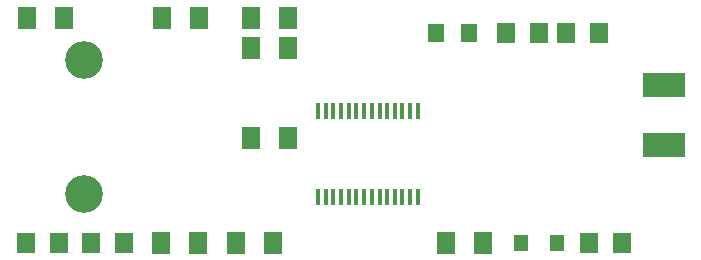
<source format=gtp>
G04 MADE WITH FRITZING*
G04 WWW.FRITZING.ORG*
G04 DOUBLE SIDED*
G04 HOLES PLATED*
G04 CONTOUR ON CENTER OF CONTOUR VECTOR*
%ASAXBY*%
%FSLAX23Y23*%
%MOIN*%
%OFA0B0*%
%SFA1.0B1.0*%
%ADD10C,0.125590*%
%ADD11R,0.062992X0.074803*%
%ADD12R,0.062992X0.070866*%
%ADD13R,0.055118X0.062992*%
%ADD14R,0.140000X0.080000*%
%ADD15R,0.047244X0.055118*%
%ADD16R,0.013701X0.055000*%
%LNPASTEMASK1*%
G90*
G70*
G54D10*
X444Y780D03*
X444Y331D03*
G54D11*
X1001Y520D03*
X1124Y520D03*
X1651Y170D03*
X1774Y170D03*
X1001Y920D03*
X1124Y920D03*
X1001Y820D03*
X1124Y820D03*
G54D12*
X2126Y170D03*
X2237Y170D03*
X2051Y870D03*
X2162Y870D03*
X1851Y870D03*
X1962Y870D03*
G54D13*
X1616Y870D03*
X1726Y870D03*
G54D14*
X2376Y495D03*
X2376Y695D03*
G54D15*
X1901Y170D03*
X2020Y170D03*
G54D16*
X1557Y321D03*
X1531Y321D03*
X1505Y321D03*
X1480Y321D03*
X1454Y321D03*
X1429Y321D03*
X1403Y321D03*
X1352Y321D03*
X1377Y321D03*
X1326Y321D03*
X1301Y321D03*
X1275Y321D03*
X1249Y321D03*
X1224Y321D03*
X1557Y609D03*
X1531Y609D03*
X1505Y609D03*
X1480Y609D03*
X1454Y609D03*
X1429Y609D03*
X1403Y609D03*
X1377Y609D03*
X1352Y609D03*
X1326Y609D03*
X1301Y609D03*
X1275Y609D03*
X1249Y609D03*
X1224Y609D03*
G54D11*
X701Y170D03*
X824Y170D03*
X951Y170D03*
X1074Y170D03*
G54D12*
X576Y170D03*
X466Y170D03*
X251Y170D03*
X362Y170D03*
G54D11*
X376Y920D03*
X254Y920D03*
X826Y920D03*
X704Y920D03*
G04 End of PasteMask1*
M02*
</source>
